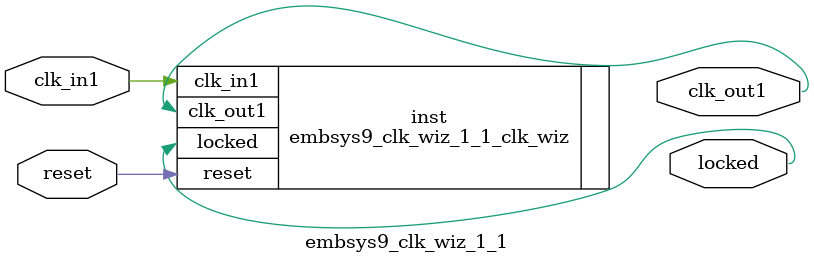
<source format=v>


`timescale 1ps/1ps

(* CORE_GENERATION_INFO = "embsys9_clk_wiz_1_1,clk_wiz_v6_0_11_0_0,{component_name=embsys9_clk_wiz_1_1,use_phase_alignment=true,use_min_o_jitter=false,use_max_i_jitter=false,use_dyn_phase_shift=false,use_inclk_switchover=false,use_dyn_reconfig=false,enable_axi=0,feedback_source=FDBK_AUTO,PRIMITIVE=MMCM,num_out_clk=1,clkin1_period=10.000,clkin2_period=10.000,use_power_down=false,use_reset=true,use_locked=true,use_inclk_stopped=false,feedback_type=SINGLE,CLOCK_MGR_TYPE=NA,manual_override=false}" *)

module embsys9_clk_wiz_1_1 
 (
  // Clock out ports
  output        clk_out1,
  // Status and control signals
  input         reset,
  output        locked,
 // Clock in ports
  input         clk_in1
 );

  embsys9_clk_wiz_1_1_clk_wiz inst
  (
  // Clock out ports  
  .clk_out1(clk_out1),
  // Status and control signals               
  .reset(reset), 
  .locked(locked),
 // Clock in ports
  .clk_in1(clk_in1)
  );

endmodule

</source>
